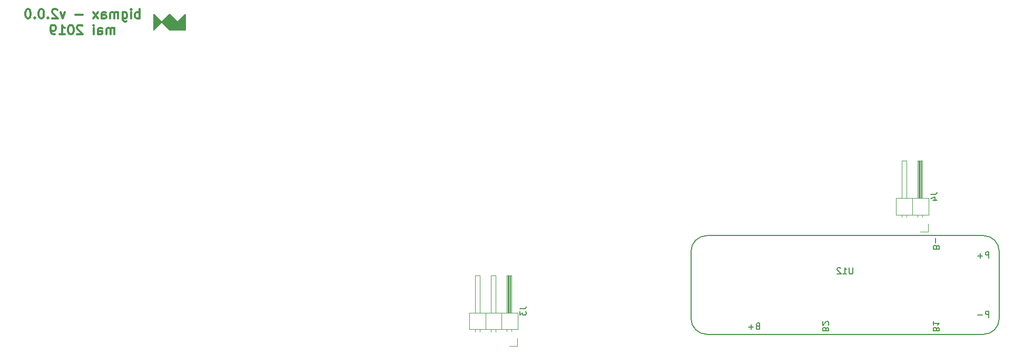
<source format=gbo>
G04 #@! TF.GenerationSoftware,KiCad,Pcbnew,(5.1.0)-1*
G04 #@! TF.CreationDate,2019-05-06T21:49:04+02:00*
G04 #@! TF.ProjectId,bigmax,6269676d-6178-42e6-9b69-6361645f7063,v2*
G04 #@! TF.SameCoordinates,Original*
G04 #@! TF.FileFunction,Legend,Bot*
G04 #@! TF.FilePolarity,Positive*
%FSLAX46Y46*%
G04 Gerber Fmt 4.6, Leading zero omitted, Abs format (unit mm)*
G04 Created by KiCad (PCBNEW (5.1.0)-1) date 2019-05-06 21:49:04*
%MOMM*%
%LPD*%
G04 APERTURE LIST*
%ADD10C,0.150000*%
%ADD11C,0.300000*%
%ADD12C,0.120000*%
G04 APERTURE END LIST*
D10*
G36*
X107950000Y-64135000D02*
G01*
X105410000Y-64135000D01*
X104140000Y-62865000D01*
X102870000Y-64135000D01*
X102870000Y-61595000D01*
X104140000Y-62865000D01*
X105410000Y-61595000D01*
X106680000Y-62865000D01*
X107950000Y-61595000D01*
X107950000Y-64135000D01*
G37*
X107950000Y-64135000D02*
X105410000Y-64135000D01*
X104140000Y-62865000D01*
X102870000Y-64135000D01*
X102870000Y-61595000D01*
X104140000Y-62865000D01*
X105410000Y-61595000D01*
X106680000Y-62865000D01*
X107950000Y-61595000D01*
X107950000Y-64135000D01*
D11*
X100582857Y-62268571D02*
X100582857Y-60768571D01*
X100582857Y-61340000D02*
X100440000Y-61268571D01*
X100154285Y-61268571D01*
X100011428Y-61340000D01*
X99940000Y-61411428D01*
X99868571Y-61554285D01*
X99868571Y-61982857D01*
X99940000Y-62125714D01*
X100011428Y-62197142D01*
X100154285Y-62268571D01*
X100440000Y-62268571D01*
X100582857Y-62197142D01*
X99225714Y-62268571D02*
X99225714Y-61268571D01*
X99225714Y-60768571D02*
X99297142Y-60840000D01*
X99225714Y-60911428D01*
X99154285Y-60840000D01*
X99225714Y-60768571D01*
X99225714Y-60911428D01*
X97868571Y-61268571D02*
X97868571Y-62482857D01*
X97940000Y-62625714D01*
X98011428Y-62697142D01*
X98154285Y-62768571D01*
X98368571Y-62768571D01*
X98511428Y-62697142D01*
X97868571Y-62197142D02*
X98011428Y-62268571D01*
X98297142Y-62268571D01*
X98440000Y-62197142D01*
X98511428Y-62125714D01*
X98582857Y-61982857D01*
X98582857Y-61554285D01*
X98511428Y-61411428D01*
X98440000Y-61340000D01*
X98297142Y-61268571D01*
X98011428Y-61268571D01*
X97868571Y-61340000D01*
X97154285Y-62268571D02*
X97154285Y-61268571D01*
X97154285Y-61411428D02*
X97082857Y-61340000D01*
X96940000Y-61268571D01*
X96725714Y-61268571D01*
X96582857Y-61340000D01*
X96511428Y-61482857D01*
X96511428Y-62268571D01*
X96511428Y-61482857D02*
X96440000Y-61340000D01*
X96297142Y-61268571D01*
X96082857Y-61268571D01*
X95940000Y-61340000D01*
X95868571Y-61482857D01*
X95868571Y-62268571D01*
X94511428Y-62268571D02*
X94511428Y-61482857D01*
X94582857Y-61340000D01*
X94725714Y-61268571D01*
X95011428Y-61268571D01*
X95154285Y-61340000D01*
X94511428Y-62197142D02*
X94654285Y-62268571D01*
X95011428Y-62268571D01*
X95154285Y-62197142D01*
X95225714Y-62054285D01*
X95225714Y-61911428D01*
X95154285Y-61768571D01*
X95011428Y-61697142D01*
X94654285Y-61697142D01*
X94511428Y-61625714D01*
X93940000Y-62268571D02*
X93154285Y-61268571D01*
X93940000Y-61268571D02*
X93154285Y-62268571D01*
X91440000Y-61697142D02*
X90297142Y-61697142D01*
X88582857Y-61268571D02*
X88225714Y-62268571D01*
X87868571Y-61268571D01*
X87368571Y-60911428D02*
X87297142Y-60840000D01*
X87154285Y-60768571D01*
X86797142Y-60768571D01*
X86654285Y-60840000D01*
X86582857Y-60911428D01*
X86511428Y-61054285D01*
X86511428Y-61197142D01*
X86582857Y-61411428D01*
X87440000Y-62268571D01*
X86511428Y-62268571D01*
X85868571Y-62125714D02*
X85797142Y-62197142D01*
X85868571Y-62268571D01*
X85940000Y-62197142D01*
X85868571Y-62125714D01*
X85868571Y-62268571D01*
X84868571Y-60768571D02*
X84725714Y-60768571D01*
X84582857Y-60840000D01*
X84511428Y-60911428D01*
X84440000Y-61054285D01*
X84368571Y-61340000D01*
X84368571Y-61697142D01*
X84440000Y-61982857D01*
X84511428Y-62125714D01*
X84582857Y-62197142D01*
X84725714Y-62268571D01*
X84868571Y-62268571D01*
X85011428Y-62197142D01*
X85082857Y-62125714D01*
X85154285Y-61982857D01*
X85225714Y-61697142D01*
X85225714Y-61340000D01*
X85154285Y-61054285D01*
X85082857Y-60911428D01*
X85011428Y-60840000D01*
X84868571Y-60768571D01*
X83725714Y-62125714D02*
X83654285Y-62197142D01*
X83725714Y-62268571D01*
X83797142Y-62197142D01*
X83725714Y-62125714D01*
X83725714Y-62268571D01*
X82725714Y-60768571D02*
X82582857Y-60768571D01*
X82440000Y-60840000D01*
X82368571Y-60911428D01*
X82297142Y-61054285D01*
X82225714Y-61340000D01*
X82225714Y-61697142D01*
X82297142Y-61982857D01*
X82368571Y-62125714D01*
X82440000Y-62197142D01*
X82582857Y-62268571D01*
X82725714Y-62268571D01*
X82868571Y-62197142D01*
X82940000Y-62125714D01*
X83011428Y-61982857D01*
X83082857Y-61697142D01*
X83082857Y-61340000D01*
X83011428Y-61054285D01*
X82940000Y-60911428D01*
X82868571Y-60840000D01*
X82725714Y-60768571D01*
X96547142Y-64818571D02*
X96547142Y-63818571D01*
X96547142Y-63961428D02*
X96475714Y-63890000D01*
X96332857Y-63818571D01*
X96118571Y-63818571D01*
X95975714Y-63890000D01*
X95904285Y-64032857D01*
X95904285Y-64818571D01*
X95904285Y-64032857D02*
X95832857Y-63890000D01*
X95690000Y-63818571D01*
X95475714Y-63818571D01*
X95332857Y-63890000D01*
X95261428Y-64032857D01*
X95261428Y-64818571D01*
X93904285Y-64818571D02*
X93904285Y-64032857D01*
X93975714Y-63890000D01*
X94118571Y-63818571D01*
X94404285Y-63818571D01*
X94547142Y-63890000D01*
X93904285Y-64747142D02*
X94047142Y-64818571D01*
X94404285Y-64818571D01*
X94547142Y-64747142D01*
X94618571Y-64604285D01*
X94618571Y-64461428D01*
X94547142Y-64318571D01*
X94404285Y-64247142D01*
X94047142Y-64247142D01*
X93904285Y-64175714D01*
X93190000Y-64818571D02*
X93190000Y-63818571D01*
X93190000Y-63318571D02*
X93261428Y-63390000D01*
X93190000Y-63461428D01*
X93118571Y-63390000D01*
X93190000Y-63318571D01*
X93190000Y-63461428D01*
X91404285Y-63461428D02*
X91332857Y-63390000D01*
X91190000Y-63318571D01*
X90832857Y-63318571D01*
X90690000Y-63390000D01*
X90618571Y-63461428D01*
X90547142Y-63604285D01*
X90547142Y-63747142D01*
X90618571Y-63961428D01*
X91475714Y-64818571D01*
X90547142Y-64818571D01*
X89618571Y-63318571D02*
X89475714Y-63318571D01*
X89332857Y-63390000D01*
X89261428Y-63461428D01*
X89190000Y-63604285D01*
X89118571Y-63890000D01*
X89118571Y-64247142D01*
X89190000Y-64532857D01*
X89261428Y-64675714D01*
X89332857Y-64747142D01*
X89475714Y-64818571D01*
X89618571Y-64818571D01*
X89761428Y-64747142D01*
X89832857Y-64675714D01*
X89904285Y-64532857D01*
X89975714Y-64247142D01*
X89975714Y-63890000D01*
X89904285Y-63604285D01*
X89832857Y-63461428D01*
X89761428Y-63390000D01*
X89618571Y-63318571D01*
X87690000Y-64818571D02*
X88547142Y-64818571D01*
X88118571Y-64818571D02*
X88118571Y-63318571D01*
X88261428Y-63532857D01*
X88404285Y-63675714D01*
X88547142Y-63747142D01*
X86975714Y-64818571D02*
X86690000Y-64818571D01*
X86547142Y-64747142D01*
X86475714Y-64675714D01*
X86332857Y-64461428D01*
X86261428Y-64175714D01*
X86261428Y-63604285D01*
X86332857Y-63461428D01*
X86404285Y-63390000D01*
X86547142Y-63318571D01*
X86832857Y-63318571D01*
X86975714Y-63390000D01*
X87047142Y-63461428D01*
X87118571Y-63604285D01*
X87118571Y-63961428D01*
X87047142Y-64104285D01*
X86975714Y-64175714D01*
X86832857Y-64247142D01*
X86547142Y-64247142D01*
X86404285Y-64175714D01*
X86332857Y-64104285D01*
X86261428Y-63961428D01*
D12*
X161290000Y-114935000D02*
X161290000Y-113665000D01*
X160020000Y-114935000D02*
X161290000Y-114935000D01*
X154560000Y-112622071D02*
X154560000Y-112225000D01*
X155320000Y-112622071D02*
X155320000Y-112225000D01*
X154560000Y-103565000D02*
X154560000Y-109565000D01*
X155320000Y-103565000D02*
X154560000Y-103565000D01*
X155320000Y-109565000D02*
X155320000Y-103565000D01*
X156210000Y-112225000D02*
X156210000Y-109565000D01*
X157100000Y-112622071D02*
X157100000Y-112225000D01*
X157860000Y-112622071D02*
X157860000Y-112225000D01*
X157100000Y-103565000D02*
X157100000Y-109565000D01*
X157860000Y-103565000D02*
X157100000Y-103565000D01*
X157860000Y-109565000D02*
X157860000Y-103565000D01*
X158750000Y-112225000D02*
X158750000Y-109565000D01*
X159640000Y-112555000D02*
X159640000Y-112225000D01*
X160400000Y-112555000D02*
X160400000Y-112225000D01*
X159740000Y-109565000D02*
X159740000Y-103565000D01*
X159860000Y-109565000D02*
X159860000Y-103565000D01*
X159980000Y-109565000D02*
X159980000Y-103565000D01*
X160100000Y-109565000D02*
X160100000Y-103565000D01*
X160220000Y-109565000D02*
X160220000Y-103565000D01*
X160340000Y-109565000D02*
X160340000Y-103565000D01*
X159640000Y-103565000D02*
X159640000Y-109565000D01*
X160400000Y-103565000D02*
X159640000Y-103565000D01*
X160400000Y-109565000D02*
X160400000Y-103565000D01*
X161350000Y-109565000D02*
X161350000Y-112225000D01*
X153610000Y-109565000D02*
X161350000Y-109565000D01*
X153610000Y-112225000D02*
X153610000Y-109565000D01*
X161350000Y-112225000D02*
X153610000Y-112225000D01*
X227330000Y-96520000D02*
X227330000Y-95250000D01*
X226060000Y-96520000D02*
X227330000Y-96520000D01*
X223140000Y-94207071D02*
X223140000Y-93810000D01*
X223900000Y-94207071D02*
X223900000Y-93810000D01*
X223140000Y-85150000D02*
X223140000Y-91150000D01*
X223900000Y-85150000D02*
X223140000Y-85150000D01*
X223900000Y-91150000D02*
X223900000Y-85150000D01*
X224790000Y-93810000D02*
X224790000Y-91150000D01*
X225680000Y-94140000D02*
X225680000Y-93810000D01*
X226440000Y-94140000D02*
X226440000Y-93810000D01*
X225780000Y-91150000D02*
X225780000Y-85150000D01*
X225900000Y-91150000D02*
X225900000Y-85150000D01*
X226020000Y-91150000D02*
X226020000Y-85150000D01*
X226140000Y-91150000D02*
X226140000Y-85150000D01*
X226260000Y-91150000D02*
X226260000Y-85150000D01*
X226380000Y-91150000D02*
X226380000Y-85150000D01*
X225680000Y-85150000D02*
X225680000Y-91150000D01*
X226440000Y-85150000D02*
X225680000Y-85150000D01*
X226440000Y-91150000D02*
X226440000Y-85150000D01*
X227390000Y-91150000D02*
X227390000Y-93810000D01*
X222190000Y-91150000D02*
X227390000Y-91150000D01*
X222190000Y-93810000D02*
X222190000Y-91150000D01*
X227390000Y-93810000D02*
X222190000Y-93810000D01*
D10*
X238760000Y-110490000D02*
X238760000Y-99695000D01*
X236220000Y-113030000D02*
X191770000Y-113030000D01*
X236220000Y-97155000D02*
X191770000Y-97155000D01*
X189230000Y-110490000D02*
X189230000Y-99695000D01*
X236220000Y-113030000D02*
G75*
G03X238760000Y-110490000I0J2540000D01*
G01*
X189230000Y-110490000D02*
G75*
G03X191770000Y-113030000I2540000J0D01*
G01*
X191770000Y-97155000D02*
G75*
G03X189230000Y-99695000I0J-2540000D01*
G01*
X238760000Y-99695000D02*
G75*
G03X236220000Y-97155000I-2540000J0D01*
G01*
X161742380Y-108946666D02*
X162456666Y-108946666D01*
X162599523Y-108899047D01*
X162694761Y-108803809D01*
X162742380Y-108660952D01*
X162742380Y-108565714D01*
X161742380Y-109327619D02*
X161742380Y-109946666D01*
X162123333Y-109613333D01*
X162123333Y-109756190D01*
X162170952Y-109851428D01*
X162218571Y-109899047D01*
X162313809Y-109946666D01*
X162551904Y-109946666D01*
X162647142Y-109899047D01*
X162694761Y-109851428D01*
X162742380Y-109756190D01*
X162742380Y-109470476D01*
X162694761Y-109375238D01*
X162647142Y-109327619D01*
X227782380Y-90531666D02*
X228496666Y-90531666D01*
X228639523Y-90484047D01*
X228734761Y-90388809D01*
X228782380Y-90245952D01*
X228782380Y-90150714D01*
X228115714Y-91436428D02*
X228782380Y-91436428D01*
X227734761Y-91198333D02*
X228449047Y-90960238D01*
X228449047Y-91579285D01*
X215233095Y-102322380D02*
X215233095Y-103131904D01*
X215185476Y-103227142D01*
X215137857Y-103274761D01*
X215042619Y-103322380D01*
X214852142Y-103322380D01*
X214756904Y-103274761D01*
X214709285Y-103227142D01*
X214661666Y-103131904D01*
X214661666Y-102322380D01*
X213661666Y-103322380D02*
X214233095Y-103322380D01*
X213947380Y-103322380D02*
X213947380Y-102322380D01*
X214042619Y-102465238D01*
X214137857Y-102560476D01*
X214233095Y-102608095D01*
X213280714Y-102417619D02*
X213233095Y-102370000D01*
X213137857Y-102322380D01*
X212899761Y-102322380D01*
X212804523Y-102370000D01*
X212756904Y-102417619D01*
X212709285Y-102512857D01*
X212709285Y-102608095D01*
X212756904Y-102750952D01*
X213328333Y-103322380D01*
X212709285Y-103322380D01*
X237100952Y-110307380D02*
X237100952Y-109307380D01*
X236720000Y-109307380D01*
X236624761Y-109355000D01*
X236577142Y-109402619D01*
X236529523Y-109497857D01*
X236529523Y-109640714D01*
X236577142Y-109735952D01*
X236624761Y-109783571D01*
X236720000Y-109831190D01*
X237100952Y-109831190D01*
X236100952Y-109926428D02*
X235339047Y-109926428D01*
X237100952Y-100782380D02*
X237100952Y-99782380D01*
X236720000Y-99782380D01*
X236624761Y-99830000D01*
X236577142Y-99877619D01*
X236529523Y-99972857D01*
X236529523Y-100115714D01*
X236577142Y-100210952D01*
X236624761Y-100258571D01*
X236720000Y-100306190D01*
X237100952Y-100306190D01*
X236100952Y-100401428D02*
X235339047Y-100401428D01*
X235720000Y-100782380D02*
X235720000Y-100020476D01*
X228671428Y-98972619D02*
X228623809Y-98829761D01*
X228576190Y-98782142D01*
X228480952Y-98734523D01*
X228338095Y-98734523D01*
X228242857Y-98782142D01*
X228195238Y-98829761D01*
X228147619Y-98925000D01*
X228147619Y-99305952D01*
X229147619Y-99305952D01*
X229147619Y-98972619D01*
X229100000Y-98877380D01*
X229052380Y-98829761D01*
X228957142Y-98782142D01*
X228861904Y-98782142D01*
X228766666Y-98829761D01*
X228719047Y-98877380D01*
X228671428Y-98972619D01*
X228671428Y-99305952D01*
X228528571Y-98305952D02*
X228528571Y-97544047D01*
X228671428Y-112164761D02*
X228623809Y-112021904D01*
X228576190Y-111974285D01*
X228480952Y-111926666D01*
X228338095Y-111926666D01*
X228242857Y-111974285D01*
X228195238Y-112021904D01*
X228147619Y-112117142D01*
X228147619Y-112498095D01*
X229147619Y-112498095D01*
X229147619Y-112164761D01*
X229100000Y-112069523D01*
X229052380Y-112021904D01*
X228957142Y-111974285D01*
X228861904Y-111974285D01*
X228766666Y-112021904D01*
X228719047Y-112069523D01*
X228671428Y-112164761D01*
X228671428Y-112498095D01*
X228147619Y-110974285D02*
X228147619Y-111545714D01*
X228147619Y-111260000D02*
X229147619Y-111260000D01*
X229004761Y-111355238D01*
X228909523Y-111450476D01*
X228861904Y-111545714D01*
X210891428Y-112164761D02*
X210843809Y-112021904D01*
X210796190Y-111974285D01*
X210700952Y-111926666D01*
X210558095Y-111926666D01*
X210462857Y-111974285D01*
X210415238Y-112021904D01*
X210367619Y-112117142D01*
X210367619Y-112498095D01*
X211367619Y-112498095D01*
X211367619Y-112164761D01*
X211320000Y-112069523D01*
X211272380Y-112021904D01*
X211177142Y-111974285D01*
X211081904Y-111974285D01*
X210986666Y-112021904D01*
X210939047Y-112069523D01*
X210891428Y-112164761D01*
X210891428Y-112498095D01*
X211272380Y-111545714D02*
X211320000Y-111498095D01*
X211367619Y-111402857D01*
X211367619Y-111164761D01*
X211320000Y-111069523D01*
X211272380Y-111021904D01*
X211177142Y-110974285D01*
X211081904Y-110974285D01*
X210939047Y-111021904D01*
X210367619Y-111593333D01*
X210367619Y-110974285D01*
X199937619Y-111688571D02*
X199794761Y-111736190D01*
X199747142Y-111783809D01*
X199699523Y-111879047D01*
X199699523Y-112021904D01*
X199747142Y-112117142D01*
X199794761Y-112164761D01*
X199890000Y-112212380D01*
X200270952Y-112212380D01*
X200270952Y-111212380D01*
X199937619Y-111212380D01*
X199842380Y-111260000D01*
X199794761Y-111307619D01*
X199747142Y-111402857D01*
X199747142Y-111498095D01*
X199794761Y-111593333D01*
X199842380Y-111640952D01*
X199937619Y-111688571D01*
X200270952Y-111688571D01*
X199270952Y-111831428D02*
X198509047Y-111831428D01*
X198890000Y-112212380D02*
X198890000Y-111450476D01*
M02*

</source>
